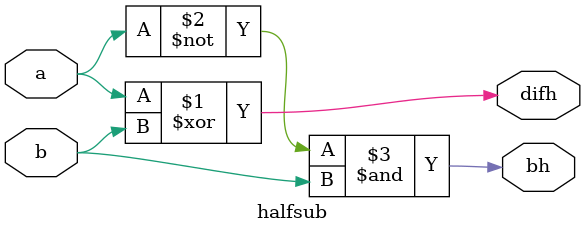
<source format=v>
`timescale 1ns / 1ps


module fullsubtractor(
input a,b,cin,
output diff,brf
);
wire p,g;

halfsub HS1(
.a(a), //.ha(fa)
.b(b),
.difh(p),
.bh(g)
);

halfsub HS2(
.a(p),
.b(cin),
.difh(diff),
.bh(w)
);

//data flow
assign brf= g|w;
/*
//structural
or(coutf,g,w);
*/

endmodule 

//half adder module
module halfsub(
input a,b,
output difh,bh
);

//data flow
assign difh=a^b;
assign bh= (~a)&b;
/*
//structural
xor(dif,b);
and(b,a,~b);
*/
endmodule



</source>
